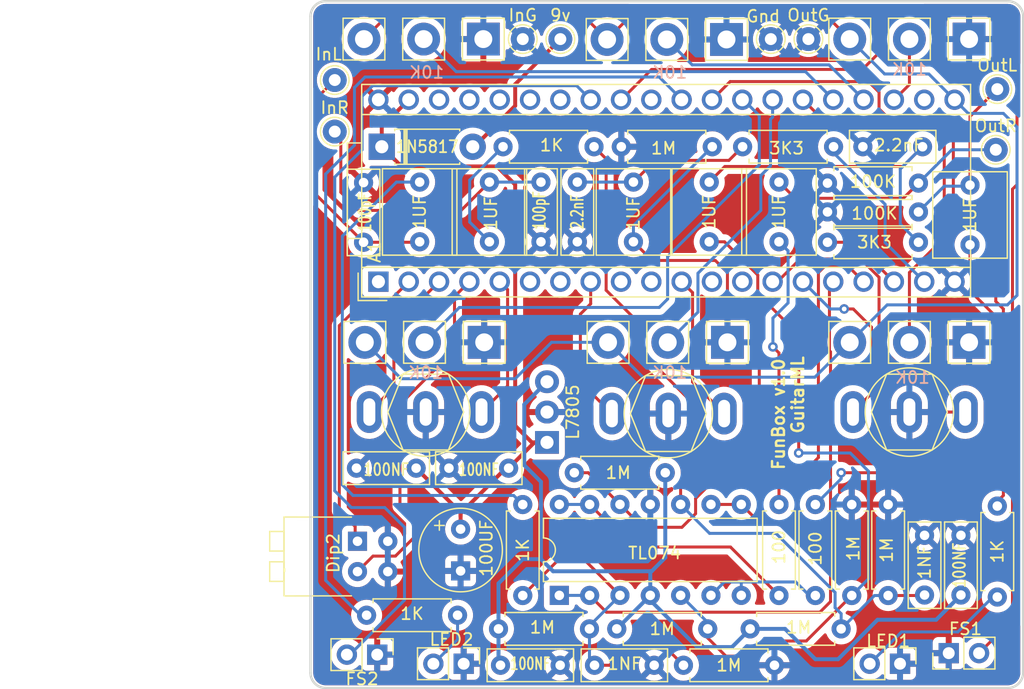
<source format=kicad_pcb>
(kicad_pcb (version 20221018) (generator pcbnew)
  (layers (0 "F.Cu" signal) (31 "B.Cu" signal) (34 "B.Paste" user) (35 "F.Paste" user) (36 "B.SilkS" user "B.Silkscreen") (37 "F.SilkS" user "F.Silkscreen") (38 "B.Mask" user) (39 "F.Mask" user) (44 "Edge.Cuts" user))
  (net 0 "")
  (net 2 "DIP1")
  (net 3 "SW3_LEFT")
  (net 4 "DIP2")
  (net 5 "FOOT_SWITCH_2")
  (net 6 "FOOT_SWITCH_1")
  (net 7 "SW3_RIGHT")
  (net 9 "SW2_LEFT")
  (net 10 "unconnected-(A1-I2C1_SCL-Pad12)")
  (net 14 "AUDIO_IN_BUFFER_LEFT")
  (net 15 "AUDIO_OUT_BUFFER_LEFT")
  (net 16 "GND")
  (net 17 "POT_1")
  (net 18 "POT_2")
  (net 19 "POT_3")
  (net 20 "POT_4")
  (net 21 "AUDIO_IN_BUFFER_RIGHT")
  (net 22 "AUDIO_OUT_BUFFER_RIGHT")
  (net 23 "LED_1")
  (net 24 "LED_2")
  (net 27 "POT_5")
  (net 30 "POT_6")
  (net 33 "Net-(In1-Pin_1)")
  (net 34 "Net-(C1-Pad2)")
  (net 35 "Net-(U1A-+)")
  (net 36 "Net-(U1B-+)")
  (net 37 "Net-(Out1-Pin_1)")
  (net 38 "Net-(U1B--)")
  (net 39 "Net-(9v1-Pin_1)")
  (net 40 "Net-(LED1-A)")
  (net 41 "Net-(LED2-A)")
  (net 42 "Net-(C5-Pad2)")
  (net 43 "SW2_RIGHT")
  (net 44 "3V3_D")
  (net 45 "VCC")
  (net 46 "5V")
  (net 47 "3V3_A")
  (net 48 "SW1_RIGHT")
  (net 49 "Net-(C12-Pad1)")
  (net 51 "SW1_LEFT")
  (net 52 "Net-(In2-Pin_1)")
  (net 53 "Net-(C13-Pad1)")
  (net 54 "Net-(C14-Pad2)")
  (net 55 "Net-(U1D-+)")
  (net 56 "Net-(U1C-+)")
  (net 57 "Net-(Out2-Pin_1)")
  (net 58 "Net-(C17-Pad2)")
  (net 59 "Net-(U1D--)")
  (footprint "Potentiometer_THT:Pot_RightAngle_LongPin_16mm" (layer "F.Cu") (at 168.2788 101.57 180)
    (fp_text reference "POT4" hide)
    (fp_text value "10K")
  )
  (footprint "TestPoint:TestPoint_THTPad_D2.0mm_Drill1.0mm" (layer "F.Cu") (at 175.514 86.741)
    (fp_text reference "OutR")
    (fp_text value "~")
  )
  (footprint "Capacitor_THT:C_Rect_L7.0mm_W6.0mm_P5.00mm" (layer "F.Cu") (at 145.161 89.448 -90)
    (fp_text reference "C15")
    (fp_text value "1UF")
  )
  (footprint "Potentiometer_THT:Pot_RightAngle_LongPin_16mm" (layer "F.Cu") (at 148.035 101.57 180)
    (fp_text reference "POT5")
    (fp_text value "10K")
  )
  (footprint "Capacitor_THT:C_Rect_L7.0mm_W6.0mm_P5.00mm" (layer "F.Cu") (at 151.511 89.448 -90)
    (fp_text reference "C4")
    (fp_text value "1UF")
  )
  (footprint "Capacitor_THT:C_Rect_L7.0mm_W2.5mm_P5.00mm" (layer "F.Cu") (at 140.462 89.448 -90)
    (fp_text reference "C13")
    (fp_text value "2.2nF")
  )
  (footprint "Potentiometer_THT:Pot_RightAngle_LongPin_16mm" (layer "F.Cu") (at 147.955 76.2 180)
    (fp_text reference "POT2")
    (fp_text value "10K")
  )
  (footprint "Potentiometer_THT:Pot_RightAngle_LongPin_16mm" (layer "F.Cu") (at 168.2788 76.17 180)
    (fp_text reference "POT1")
    (fp_text value "10K")
  )
  (footprint "Button_Switch_THT:DS03-254-02BE-dip2" (layer "F.Cu") (at 122.047 119.535)
    (fp_text reference "Dip2")
    (fp_text value "DS03-254-02BE")
  )
  (footprint "Resistor_THT:R_Axial_DIN0207_L6.3mm_D2.5mm_P7.62mm_Horizontal" (layer "F.Cu") (at 134.239 86.487)
    (fp_text reference "R12")
    (fp_text value "1K")
  )
  (footprint "Package_TO_SOT_THT:TO-220-3_Vertical" (layer "F.Cu") (at 137.922 111.252 90)
    (fp_text reference "U2")
    (fp_text value "L7805")
  )
  (footprint "Button_Switch_THT:SW_Toggle_SPDT_lugs" (layer "F.Cu") (at 168.275 108.712 180)
    (fp_text reference "SW1" hide)
    (fp_text value "SW_SPDT" hide)
  )
  (footprint "Capacitor_THT:C_Rect_L7.0mm_W6.0mm_P5.00mm" (layer "F.Cu") (at 173.355 89.702 -90)
    (fp_text reference "C5")
    (fp_text value "1UF")
  )
  (footprint "TestPoint:TestPoint_THTPad_D2.0mm_Drill1.0mm" (layer "F.Cu") (at 135.89 77.47)
    (fp_text reference "InG")
    (fp_text value "~" hide)
  )
  (footprint "Resistor_THT:R_Axial_DIN0207_L6.3mm_D2.5mm_P7.62mm_Horizontal" (layer "F.Cu") (at 163.449 124.079 90)
    (fp_text reference "R6")
    (fp_text value "1M")
  )
  (footprint "Capacitor_THT:C_Rect_L7.0mm_W2.5mm_P5.00mm" (layer "F.Cu") (at 121.96 113.411)
    (fp_text reference "C8")
    (fp_text value "100NF")
  )
  (footprint "Capacitor_THT:C_Rect_L7.0mm_W2.5mm_P5.00mm" (layer "F.Cu") (at 139.025 129.921 180)
    (fp_text reference "C9")
    (fp_text value "100NF")
  )
  (footprint "Capacitor_THT:C_Rect_L7.0mm_W6.0mm_P5.00mm" (layer "F.Cu") (at 133.096 89.448 -90)
    (fp_text reference "C14")
    (fp_text value "1UF")
  )
  (footprint "Capacitor_THT:CP_Radial_D8.0mm_P3.50mm" (layer "F.Cu") (at 130.683 122.019 90)
    (fp_text reference "C6")
    (fp_text value "100UF")
  )
  (footprint "TestPoint:TestPoint_THTPad_D2.0mm_Drill1.0mm" (layer "F.Cu") (at 120.142 80.899)
    (fp_text reference "InL")
    (fp_text value "~" hide)
  )
  (footprint "Resistor_THT:R_Axial_DIN0207_L6.3mm_D2.5mm_P7.62mm_Horizontal" (layer "F.Cu") (at 143.764 126.873)
    (fp_text reference "R5")
    (fp_text value "1M")
  )
  (footprint "Capacitor_THT:C_Rect_L7.0mm_W2.5mm_P5.00mm" (layer "F.Cu") (at 137.414 89.448 -90)
    (fp_text reference "C11")
    (fp_text value "100pF")
  )
  (footprint "TestPoint:TestPoint_THTPad_D2.0mm_Drill1.0mm" (layer "F.Cu") (at 120.142 85.217)
    (fp_text reference "InR")
    (fp_text value "~")
  )
  (footprint "Resistor_THT:R_Axial_DIN0207_L6.3mm_D2.5mm_P7.62mm_Horizontal" (layer "F.Cu") (at 166.497 124.079 90)
    (fp_text reference "R16")
    (fp_text value "1M")
  )
  (footprint "TestPoint:TestPoint_THTPad_D2.0mm_Drill1.0mm" (layer "F.Cu") (at 159.8168 77.47)
    (fp_text reference "OutG")
    (fp_text value "~" hide)
  )
  (footprint "Button_Switch_THT:SW_Toggle_SPDT_lugs" (layer "F.Cu") (at 148.082 108.839 180)
    (fp_text reference "SW2" hide)
    (fp_text value "SW_SPDT" hide)
  )
  (footprint "Connector_PinHeader_2.54mm:PinHeader_1x02_P2.54mm_Vertical" (layer "F.Cu") (at 130.942 129.794 -90)
    (fp_text reference "LED2")
    (fp_text value "LED_2" hide)
  )
  (footprint "Resistor_THT:R_Axial_DIN0207_L6.3mm_D2.5mm_P7.62mm_Horizontal" (layer "F.Cu") (at 149.352 129.921)
    (fp_text reference "R1")
    (fp_text value "1M")
  )
  (footprint "Resistor_THT:R_Axial_DIN0207_L6.3mm_D2.5mm_P7.62mm_Horizontal" (layer "F.Cu") (at 160.401 124.079 90)
    (fp_text reference "R4")
    (fp_text value "100")
  )
  (footprint "Connector_PinHeader_2.54mm:PinHeader_1x02_P2.54mm_Vertical" (layer "F.Cu") (at 167.4926 129.794 -90)
    (fp_text reference "LED1")
    (fp_text value "LED_1" hide)
  )
  (footprint "Capacitor_THT:C_Rect_L7.0mm_W2.5mm_P5.00mm" (layer "F.Cu") (at 169.545 119.039 -90)
    (fp_text reference "C16")
    (fp_text value "1NF")
  )
  (footprint "Resistor_THT:R_Axial_DIN0207_L6.3mm_D2.5mm_P7.62mm_Horizontal" (layer "F.Cu") (at 161.417 94.488)
    (fp_text reference "R11")
    (fp_text value "3K3")
  )
  (footprint "Package_DIP:DIP-14_W7.62mm" (layer "F.Cu") (at 138.953 124.069 90)
    (fp_text reference "U1")
    (fp_text value "TL074")
  )
  (footprint "TestPoint:TestPoint_THTPad_D2.0mm_Drill1.0mm" (layer "F.Cu") (at 175.641 81.661)
    (fp_text reference "OutL")
    (fp_text value "~" hide)
  )
  (footprint "TestPoint:TestPoint_THTPad_D2.0mm_Drill1.0mm" (layer "F.Cu") (at 139.0396 77.47)
    (fp_text reference "9v")
    (fp_text value "~")
  )
  (footprint "Module:Electrosmith_Daisy_Seed" (layer "F.Cu") (at 123.7996 97.79 90)
    (fp_text reference "A1")
    (fp_text value "Electrosmith_Daisy_Seed_Rev4" hide)
  )
  (footprint "Resistor_THT:R_Axial_DIN0207_L6.3mm_D2.5mm_P7.62mm_Horizontal" (layer "F.Cu") (at 154.94 126.873)
    (fp_text reference "R15")
    (fp_text value "1M")
  )
  (footprint "Capacitor_THT:C_Rect_L7.0mm_W6.0mm_P5.00mm" (layer "F.Cu") (at 157.353 89.448 -90)
    (fp_text reference "C17")
    (fp_text value "1UF")
  )
  (footprint "Diode_THT:D_DO-41_SOD81_P7.62mm_Horizontal" (layer "F.Cu") (at 124.079 86.487)
    (fp_text reference "D1")
    (fp_text value "1N5817")
  )
  (footprint "Potentiometer_THT:Pot_RightAngle_LongPin_16mm" (layer "F.Cu") (at 127.588 76.17 180)
    (fp_text reference "POT3")
    (fp_text value "10K")
  )
  (footprint "Resistor_THT:R_Axial_DIN0207_L6.3mm_D2.5mm_P7.62mm_Horizontal" (layer "F.Cu") (at 175.641 124.206 90)
    (fp_text reference "R8")
    (fp_text value "1K")
  )
  (footprint "Capacitor_THT:C_Rect_L7.0mm_W2.5mm_P5.00mm" (layer "F.Cu") (at 169.378 86.487 180)
    (fp_text reference "C12")
    (fp_text value "2.2nF")
  )
  (footprint "Capacitor_THT:C_Rect_L7.0mm_W2.5mm_P5.00mm" (layer "F.Cu") (at 129.707 113.411)
    (fp_text reference "C7")
    (fp_text value "100NF")
  )
  (footprint "Resistor_THT:R_Axial_DIN0207_L6.3mm_D2.5mm_P7.62mm_Horizontal" (layer "F.Cu") (at 147.828 113.792 180)
    (fp_text reference "R13")
    (fp_text value "1M")
  )
  (footprint "Potentiometer_THT:Pot_RightAngle_LongPin_16mm" (layer "F.Cu") (at 127.6604 101.57 180)
    (fp_text reference "POT6")
    (fp_text value "10K")
  )
  (footprint "Resistor_THT:R_Axial_DIN0207_L6.3mm_D2.5mm_P7.62mm_Horizontal" (layer "F.Cu") (at 161.417 89.535)
    (fp_text reference "R18")
    (fp_text value "100K")
  )
  (footprint "Connector_PinHeader_2.54mm:PinHeader_1x02_P2.54mm_Vertical" (layer "F.Cu") (at 171.572 128.905 90)
    (fp_text reference "FS1")
    (fp_text value "Foot_Switch_1" hide)
  )
  (footprint "Resistor_THT:R_Axial_DIN0207_L6.3mm_D2.5mm_P7.62mm_Horizontal" (layer "F.Cu") (at 151.765 86.487 180)
    (fp_text reference "R14")
    (fp_text value "1M")
  )
  (footprint "Capacitor_THT:C_Rect_L7.0mm_W6.0mm_P5.00mm" (layer "F.Cu") (at 127.254 94.448 90)
    (fp_text reference "C1")
    (fp_text value "1UF")
  )
  (footprint "Capacitor_THT:C_Rect_L7.0mm_W2.5mm_P5.00mm" (layer "F.Cu") (at 146.899 129.921 180)
    (fp_text reference "C3")
    (fp_text value "1NF")
  )
  (footprint "Resistor_THT:R_Axial_DIN0207_L6.3mm_D2.5mm_P7.62mm_Horizontal" (layer "F.Cu") (at 135.89 116.459 -90)
    (fp_text reference "R3")
    (fp_text value "1K")
  )
  (footprint "Connector_PinHeader_2.54mm:PinHeader_1x02_P2.54mm_Vertical" (layer "F.Cu") (at 123.698 129.032 -90)
    (fp_text reference "FS2")
    (fp_text value "Foot_Switch_2" hide)
  )
  (footprint "Button_Switch_THT:SW_Toggle_SPDT_lugs" (layer "F.Cu") (at 127.762 108.712 180)
    (fp_text reference "SW3" hide)
    (fp_text value "SW_SPDT" hide)
  )
  (footprint "Resistor_THT:R_Axial_DIN0207_L6.3mm_D2.5mm_P7.62mm_Horizontal" (layer "F.Cu") (at 130.429 125.73 180)
    (fp_text reference "R9")
    (fp_text value "1K")
  )
  (footprint "Resistor_THT:R_Axial_DIN0207_L6.3mm_D2.5mm_P7.62mm_Horizontal" (layer "F.Cu") (at 133.858 126.873)
    (fp_text reference "R2")
    (fp_text value "1M")
  )
  (footprint "Resistor_THT:R_Axial_DIN0207_L6.3mm_D2.5mm_P7.62mm_Horizontal" (layer "F.Cu") (at 161.417 91.948)
    (fp_text reference "R7")
    (fp_text value "100K")
  )
  (footprint "Capacitor_THT:C_Rect_L7.0mm_W2.5mm_P5.00mm" (layer "F.Cu") (at 172.593 119.039 -90)
    (fp_text reference "C10")
    (fp_text value "100NF")
  )
  (footprint "Resistor_THT:R_Axial_DIN0207_L6.3mm_D2.5mm_P7.62mm_Horizontal" (layer "F.Cu") (at 161.925 86.487 180)
    (fp_text reference "R10")
    (fp_text value "3K3")
  )
  (footprint "Resistor_THT:R_Axial_DIN0207_L6.3mm_D2.5mm_P7.62mm_Horizontal" (layer "F.Cu") (at 157.353 124.079 90)
    (fp_text reference "R17")
    (fp_text value "100")
  )
  (footprint "TestPoint:TestPoint_THTPad_D2.0mm_Drill1.0mm" (layer "F.Cu") (at 156.6672 77.47)
    (fp_text reference "Gnd")
    (fp_text value "~" hide)
  )
  (footprint "Capacitor_THT:C_Rect_L7.0mm_W2.5mm_P5.00mm" (layer "F.Cu") (at 122.555 94.488 90)
    (fp_text reference "C2")
    (fp_text value "100pF")
  )
  (gr_arc (start 177.800031 130.546974) (mid 177.428589 131.448207) (end 176.53 131.825999) (stroke (width 0.2)) (layer "Edge.Cuts"))
  (gr_arc (start 176.53 74.295) (mid 177.428026 74.666974) (end 177.8 75.565) (stroke (width 0.2)) (layer "Edge.Cuts"))
  (gr_line (start 176.53 131.825999) (end 119.38 131.826) (stroke (width 0.2)) (layer "Edge.Cuts"))
  (gr_line (start 119.38 74.295) (end 176.53 74.295) (stroke (width 0.2)) (layer "Edge.Cuts"))
  (gr_line (start 177.8 75.565) (end 177.790974 130.546974) (stroke (width 0.2)) (layer "Edge.Cuts"))
  (gr_arc (start 119.38 131.826) (mid 118.481974 131.454026) (end 118.11 130.556) (stroke (width 0.2)) (layer "Edge.Cuts"))
  (gr_arc (start 118.11 75.565) (mid 118.481974 74.666974) (end 119.38 74.295) (stroke (width 0.2)) (layer "Edge.Cuts"))
  (gr_line (start 118.11 130.556) (end 118.11 75.565) (stroke (width 0.2)) (layer "Edge.Cuts"))
  (gr_text "FunBox v1.0\n    GuitarML" (at 159.512 113.665 90) (layer "F.SilkS") (effects (font (size 1 1) (thickness 0.2) bold) (justify left bottom)))
  (segment (start 120.523 116.967) (end 121.851 118.295) (width 0.25) (layer "F.Cu") (net 2))
  (segment (start 124.0536 100.076) (end 121.92 100.076) (width 0.25) (layer "F.Cu") (net 2))
  (segment (start 120.523 101.473) (end 120.523 116.967) (width 0.25) (layer "F.Cu") (net 2))
  (segment (start 121.92 100.076) (end 120.523 101.473) (width 0.25) (layer "F.Cu") (net 2))
  (segment (start 126.3396 97.79) (end 124.0536 100.076) (width 0.25) (layer "F.Cu") (net 2))
  (segment (start 121.851 118.295) (end 121.851 119.535) (width 0.25) (layer "F.Cu") (net 2))
  (segment (start 125.095 106.6546) (end 123.0376 108.712) (width 0.25) (layer "F.Cu") (net 3))
  (segment (start 125.095 101.5746) (end 125.095 106.6546) (width 0.25) (layer "F.Cu") (net 3))
  (segment (start 128.8796 97.79) (end 125.095 101.5746) (width 0.25) (layer "F.Cu") (net 3))
  (segment (start 130.175 99.0346) (end 131.4196 97.79) (width 0.25) (layer "F.Cu") (net 4))
  (segment (start 122.047 122.075) (end 123.345 120.777) (width 0.25) (layer "F.Cu") (net 4))
  (segment (start 125.222 120.777) (end 126.746 119.253) (width 0.25) (layer "F.Cu") (net 4))
  (segment (start 130.175 103.505) (end 130.175 99.0346) (width 0.25) (layer "F.Cu") (net 4))
  (segment (start 125.603 108.077) (end 130.175 103.505) (width 0.25) (layer "F.Cu") (net 4))
  (segment (start 126.746 117.729) (end 125.603 116.586) (width 0.25) (layer "F.Cu") (net 4))
  (segment (start 123.345 120.777) (end 125.222 120.777) (width 0.25) (layer "F.Cu") (net 4))
  (segment (start 126.746 119.253) (end 126.746 117.729) (width 0.25) (layer "F.Cu") (net 4))
  (segment (start 125.603 116.586) (end 125.603 108.077) (width 0.25) (layer "F.Cu") (net 4))
  (segment (start 122.428 82.259899) (end 122.428 86.741) (width 0.25) (layer "B.Cu") (net 5))
  (segment (start 141.5796 82.55) (end 140.4046 81.375) (width 0.25) (layer "B.Cu") (net 5))
  (segment (start 125.984 118.364) (end 125.984 124.46) (width 0.25) (layer "B.Cu") (net 5))
  (segment (start 120.142 89.027) (end 120.142 115.316) (width 0.25) (layer "B.Cu") (net 5))
  (segment (start 120.142 115.316) (end 121.539 116.713) (width 0.25) (layer "B.Cu") (net 5))
  (segment (start 121.412 129.032) (end 121.158 129.032) (width 0.25) (layer "B.Cu") (net 5))
  (segment (start 140.4046 81.375) (end 123.312899 81.375) (width 0.25) (layer "B.Cu") (net 5))
  (segment (start 121.539 116.713) (end 124.333 116.713) (width 0.25) (layer "B.Cu") (net 5))
  (segment (start 123.312899 81.375) (end 122.428 82.259899) (width 0.25) (layer "B.Cu") (net 5))
  (segment (start 124.333 116.713) (end 125.984 118.364) (width 0.25) (layer "B.Cu") (net 5))
  (segment (start 122.428 86.741) (end 120.142 89.027) (width 0.25) (layer "B.Cu") (net 5))
  (segment (start 125.984 124.46) (end 121.412 129.032) (width 0.25) (layer "B.Cu") (net 5))
  (segment (start 146.685 80.01) (end 144.145 82.55) (width 0.25) (layer "F.Cu") (net 6))
  (segment (start 171.323 79.883) (end 170.815 79.375) (width 0.25) (layer "F.Cu") (net 6))
  (segment (start 176.784 79.883) (end 171.323 79.883) (width 0.25) (layer "F.Cu") (net 6))
  (segment (start 176.911 126.106) (end 176.911 90.043) (width 0.25) (layer "F.Cu") (net 6))
  (segment (start 164.338 80.01) (end 146.685 80.01) (width 0.25) (layer "F.Cu") (net 6))
  (segment (start 176.911 90.043) (end 177.292 89.662) (width 0.25) (layer "F.Cu") (net 6))
  (segment (start 170.815 79.375) (end 170.815 76.962) (width 0.25) (layer "F.Cu") (net 6))
  (segment (start 170.815 76.962) (end 169.164 75.311) (width 0.25) (layer "F.Cu") (net 6))
  (segment (start 165.862 76.835) (end 165.862 78.486) (width 0.25) (layer "F.Cu") (net 6))
  (segment (start 174.112 128.905) (end 176.911 126.106) (width 0.25) (layer "F.Cu") (net 6))
  (segment (start 169.164 75.311) (end 167.386 75.311) (width 0.25) (layer "F.Cu") (net 6))
  (segment (start 177.292 80.391) (end 176.784 79.883) (width 0.25) (layer "F.Cu") (net 6))
  (segment (start 165.862 78.486) (end 164.338 80.01) (width 0.25) (layer "F.Cu") (net 6))
  (segment (start 167.386 75.311) (end 165.862 76.835) (width 0.25) (layer "F.Cu") (net 6))
  (segment (start 177.292 89.662) (end 177.292 80.391) (width 0.25) (layer "F.Cu") (net 6))
  (segment (start 132.4356 108.712) (end 134.62 106.5276) (width 0.25) (layer "F.Cu") (net 7))
  (segment (start 134.62 106.5276) (end 134.62 98.4504) (width 0.25) (layer "F.Cu") (net 7))
  (segment (start 133.704004 97.79) (end 133.9596 97.79) (width 0.25) (layer "F.Cu") (net 7))
  (segment (start 134.62 98.4504) (end 133.9596 97.79) (width 0.25) (layer "F.Cu") (net 7))
  (segment (start 140.716 100.505301) (end 141.5796 99.641701) (width 0.25) (layer "F.Cu") (net 9))
  (segment (start 143.3576 108.839) (end 140.716 106.1974) (width 0.25) (layer "F.Cu") (net 9))
  (segment (start 141.5796 99.641701) (end 141.5796 97.79) (width 0.25) (layer "F.Cu") (net 9))
  (segment (start 140.716 106.1974) (end 140.716 100.505301) (width 0.25) (layer "F.Cu") (net 9))
  (segment (start 152.2476 97.79) (end 151.7396 97.79) (width 0.25) (layer "F.Cu") (net 10))
  (segment (start 161.671 103.666364) (end 161.671 124.587) (width 0.25) (layer "F.Cu") (net 14))
  (segment (start 161.5788 98.1108) (end 161.5788 103.574164) (width 0.25) (layer "F.Cu") (net 14))
  (segment (start 161.671 124.587) (end 160.782 125.476) (width 0.25) (layer "F.Cu") (net 14))
  (segment (start 161.8996 97.79) (end 161.5788 98.1108) (width 0.25) (layer "F.Cu") (net 14))
  (segment (start 161.5788 103.574164) (end 161.671 103.666364) (width 0.25) (layer "F.Cu") (net 14))
  (segment (start 142.9 125.476) (end 141.493 124.069) (width 0.25) (layer "F.Cu") (net 14))
  (segment (start 160.782 125.476) (end 142.9 125.476) (width 0.25) (layer "F.Cu") (net 14))
  (segment (start 138.953 124.069) (end 141.493 124.069) (width 0.25) (layer "B.Cu") (net 14))
  (segment (start 163.6776 94.488) (end 166.9796 97.79) (width 0.25) (layer "F.Cu") (net 15))
  (segment (start 161.417 94.488) (end 163.6776 94.488) (width 0.25) (layer "F.Cu") (net 15))
  (segment (start 167.259 97.5106) (end 166.9796 97.79) (width 0.25) (layer "B.Cu") (net 15))
  (segment (start 127.635 108.1786) (end 127.635 108.9152) (width 0.25) (layer "F.Cu") (net 16))
  (segment (start 146.685 116.337) (end 146.573 116.449) (width 0.25) (layer "F.Cu") (net 16))
  (segment (start 173.860999 102.287801) (end 173.2788 102.87) (width 0.25) (layer "F.Cu") (net 16))
  (segment (start 168.2788 77.47) (end 168.2788 81.2762) (width 0.25) (layer "F.Cu") (net 17))
  (segment (start 168.2788 81.2762) (end 167.005 82.55) (width 0.25) (layer "F.Cu") (net 17))
  (segment (start 150.084 79.629) (end 161.544 79.629) (width 0.25) (layer "B.Cu") (net 18))
  (segment (start 147.955 77.5) (end 150.084 79.629) (width 0.25) (layer "B.Cu") (net 18))
  (segment (start 161.544 79.629) (end 164.465 82.55) (width 0.25) (layer "B.Cu") (net 18))
  (segment (start 127.588 77.47) (end 130.313 80.195) (width 0.25) (layer "B.Cu") (net 19))
  (segment (start 159.57 80.195) (end 161.925 82.55) (width 0.25) (layer "B.Cu") (net 19))
  (segment (start 130.313 80.195) (end 159.57 80.195) (width 0.25) (layer "B.Cu") (net 19))
  (segment (start 168.2788 97.0242) (end 168.2788 102.87) (width 0.25) (layer "F.Cu") (net 20))
  (segment (start 171.196 94.107) (end 168.2788 97.0242) (width 0.25) (layer "F.Cu") (net 20))
  (segment (start 161.6456 84.836) (end 170.434 84.836) (width 0.25) (layer "F.Cu") (net 20))
  (segment (start 171.196 85.598) (end 171.196 94.107) (width 0.25) (layer "F.Cu") (net 20))
  (segment (start 159.3596 82.55) (end 161.6456 84.836) (width 0.25) (layer "F.Cu") (net 20))
  (segment (start 170.434 84.836) (end 171.196 85.598) (width 0.25) (layer "F.Cu") (net 20))
  (segment (start 159.385 82.55) (end 159.705991 82.55) (width 0.25) (layer "B.Cu") (net 20))
  (segment (start 160.655 97.028) (end 161.163 96.52) (width 0.25) (layer "F.Cu") (net 21))
  (segment (start 160.655 112.522) (end 160.655 97.028) (width 0.25) (layer "F.Cu") (net 21))
  (segment (start 158.877 114.3) (end 160.655 112.522) (width 0.25) (layer "F.Cu") (net 21))
  (segment (start 154.193 116.449) (end 151.653 116.449) (width 0.25) (layer "F.Cu") (net 21))
  (segment (start 163.1696 96.52) (end 164.4396 97.79) (width 0.25) (layer "F.Cu") (net 21))
  (segment (start 158.877 117.094) (end 158.877 114.3) (width 0.25) (layer "F.Cu") (net 21))
  (segment (start 161.163 96.52) (end 163.1696 96.52) (width 0.25) (layer "F.Cu") (net 21))
  (segment (start 157.988 117.983) (end 158.877 117.094) (width 0.25) (layer "F.Cu") (net 21))
  (segment (start 155.727 117.983) (end 157.988 117.983) (width 0.25) (layer "F.Cu") (net 21))
  (segment (start 154.193 116.449) (end 155.727 117.983) (width 0.25) (layer "F.Cu") (net 21))
  (segment (start 166.243 91.313) (end 161.925 86.995) (width 0.25) (layer "B.Cu") (net 22))
  (segment (start 169.5196 97.79) (end 166.243 94.5134) (width 0.25) (layer "B.Cu") (net 22))
  (segment (start 166.243 94.5134) (end 166.243 91.313) (width 0.25) (layer "B.Cu") (net 22))
  (segment (start 161.925 86.995) (end 161.925 86.487) (width 0.25) (layer "B.Cu") (net 22))
  (segment (start 175.514 94.615) (end 171.958 91.059) (width 0.25) (layer "F.Cu") (net 23))
  (segment (start 171.958 91.059) (end 171.958 84.963) (width 0.25) (layer "F.Cu") (net 23))
  (segment (start 165.735 83.312) (end 165.735 81.915) (width 0.25) (layer "F.Cu") (net 23))
  (segment (start 171.069 84.074) (end 166.497 84.074) (width 0.25) (layer "F.Cu") (net 23))
  (segment (start 176.149 100.076) (end 175.514 99.441) (width 0.25) (layer "F.Cu") (net 23))
  (segment (start 153.2636 81.026) (end 151.7396 82.55) (width 0.25) (layer "F.Cu") (net 23))
  (segment (start 171.958 84.963) (end 171.069 84.074) (width 0.25) (layer "F.Cu") (net 23))
  (segment (start 176.149 115.697) (end 176.149 100.076) (width 0.25) (layer "F.Cu") (net 23))
  (segment (start 175.514 99.441) (end 175.514 94.615) (width 0.25) (layer "F.Cu") (net 23))
  (segment (start 166.497 84.074) (end 165.735 83.312) (width 0.25) (layer "F.Cu") (net 23))
  (segment (start 165.735 81.915) (end 164.846 81.026) (width 0.25) (layer "F.Cu") (net 23))
  (segment (start 164.846 81.026) (end 153.2636 81.026) (width 0.25) (layer "F.Cu") (net 23))
  (segment (start 175.26 116.586) (end 176.149 115.697) (width 0.25) (layer "F.Cu") (net 23))
  (segment (start 152.4 82.55) (end 151.765 82.55) (width 0.25) (layer "B.Cu") (net 23))
  (segment (start 119.38 88.773) (end 119.38 122.809) (width 0.25) (layer "B.Cu") (net 24))
  (segment (start 147.32 80.645) (end 122.682 80.645) (width 0.25) (layer "B.Cu") (net 24))
  (segment (start 121.793 86.36) (end 119.38 88.773) (width 0.25) (layer "B.Cu") (net 24))
  (segment (start 119.38 122.809) (end 122.301 125.73) (width 0.25) (layer "B.Cu") (net 24))
  (segment (start 122.682 80.645) (end 121.793 81.534) (width 0.25) (layer "B.Cu") (net 24))
  (segment (start 149.225 82.55) (end 147.32 80.645) (width 0.25) (layer "B.Cu") (net 24))
  (segment (start 121.793 81.534) (end 121.793 86.36) (width 0.25) (layer "B.Cu") (net 24))
  (segment (start 122.301 125.73) (end 122.809 125.73) (width 0.25) (layer "B.Cu") (net 24))
  (segment (start 155.829 91.821) (end 155.829 88.9) (width 0.25) (layer "B.Cu") (net 27))
  (segment (start 156.8196 82.55) (end 156.8196 84.006013) (width 0.25) (layer "B.Cu") (net 27))
  (segment (start 148.035 102.87) (end 150.5646 100.3404) (width 0.25) (layer "B.Cu") (net 27))
  (segment (start 155.829 88.9) (end 156.642 88.087) (width 0.25) (layer "B.Cu") (net 27))
  (segment (start 150.5646 97.0854) (end 155.829 91.821) (width 0.25) (layer "B.Cu") (net 27))
  (segment (start 156.642 88.087) (end 156.642 84.183613) (width 0.25) (layer "B.Cu") (net 27))
  (segment (start 150.5646 100.3404) (end 150.5646 97.0854) (width 0.25) (layer "B.Cu") (net 27))
  (segment (start 156.8196 84.006013) (end 156.642 84.183613) (width 0.25) (layer "B.Cu") (net 27))
  (segment (start 155.702 88.011) (end 155.702 83.880009) (width 0.25) (layer "B.Cu") (net 30))
  (segment (start 147.32 99.949) (end 148.0246 99.2444) (width 0.25) (layer "B.Cu") (net 30))
  (segment (start 130.5814 99.949) (end 147.32 99.949) (width 0.25) (layer "B.Cu") (net 30))
  (segment (start 148.0246 95.6884) (end 155.702 88.011) (width 0.25) (layer "B.Cu") (net 30))
  (segment (start 127.6604 102.87) (end 130.5814 99.949) (width 0.25) (layer "B.Cu") (net 30))
  (segment (start 154.371991 82.55) (end 154.2796 82.55) (width 0.25) (layer "B.Cu") (net 30))
  (segment (start 155.702 83.880009) (end 154.371991 82.55) (width 0.25) (layer "B.Cu") (net 30))
  (segment (start 148.0246 99.2444) (end 148.0246 95.6884) (width 0.25) (layer "B.Cu") (net 30))
  (segment (start 120.142 80.899) (end 118.491 82.55) (width 0.25) (layer "F.Cu") (net 33))
  (segment (start 122.555 94.488) (end 127.214 94.488) (width 0.25) (layer "F.Cu") (net 33))
  (segment (start 127.214 94.488) (end 127.254 94.448) (width 0.25) (layer "F.Cu") (net 33))
  (segment (start 118.491 82.55) (end 118.491 90.424) (width 0.25) (layer "F.Cu") (net 33))
  (segment (start 118.491 90.424) (end 122.555 94.488) (width 0.25) (layer "F.Cu") (net 33))
  (segment (start 123.19 94.361) (end 123.19 94.448) (width 0.25) (layer "F.Cu") (net 33))
  (segment (start 135.89 116.586) (end 135.89 116.332) (width 0.25) (layer "F.Cu") (net 34))
  (segment (start 120.777 114.808) (end 121.666 115.697) (width 0.25) (layer "B.Cu") (net 34))
  (segment (start 125.309 89.448) (end 120.777 93.98) (width 0.25) (layer "B.Cu") (net 34))
  (segment (start 121.666 115.697) (end 135.128 115.697) (width 0.25) (layer "B.Cu") (net 34))
  (segment (start 120.777 93.98) (end 120.777 114.808) (width 0.25) (layer "B.Cu") (net 34))
  (segment (start 127.254 89.448) (end 125.309 89.448) (width 0.25) (layer "B.Cu") (net 34))
  (segment (start 135.128 115.697) (end 135.89 116.459) (width 0.25) (layer "B.Cu") (net 34))
  (segment (start 143.15737 129.921) (end 141.899 129.921) (width 0.25) (layer "F.Cu") (net 35))
  (segment (start 144.93537 128.143) (end 147.574 128.143) (width 0.25) (layer "F.Cu") (net 35))
  (segment (start 141.122 121.158) (end 138.811 121.158) (width 0.25) (layer "F.Cu") (net 35))
  (segment (start 138.811 121.158) (end 135.89 124.079) (width 0.25) (layer "F.Cu") (net 35))
  (segment (start 144.93537 128.143) (end 143.15737 129.921) (width 0.25) (layer "F.Cu") (net 35))
  (segment (start 141.122 121.158) (end 144.033 124.069) (width 0.25) (layer "F.Cu") (net 35))
  (segment (start 147.574 128.143) (end 149.352 129.921) (width 0.25) (layer "F.Cu") (net 35))
  (segment (start 141.478 126.624) (end 141.478 126.873) (width 0.25) (layer "B.Cu") (net 35))
  (segment (start 141.478 129.5) (end 141.899 129.921) (width 0.25) (layer "B.Cu") (net 35))
  (segment (start 141.478 126.873) (end 141.478 129.5) (width 0.25) (layer "B.Cu") (net 35))
  (segment (start 144.033 124.069) (end 141.478 126.624) (width 0.25) (layer "B.Cu") (net 35))
  (segment (start 141.478 129.373) (end 141.899 129.794) (width 0.25) (layer "B.Cu") (net 35))
  (segment (start 155.575 97.233699) (end 152.789301 94.448) (width 0.25) (layer "F.Cu") (net 36))
  (segment (start 151.384 127.635) (end 152.908 129.159) (width 0.25) (layer "F.Cu") (net 36))
  (segment (start 155.575 98.806) (end 155.575 97.233699) (width 0.25) (layer "F.Cu") (net 36))
  (segment (start 159.004 102.235) (end 155.575 98.806) (width 0.25) (layer "F.Cu") (net 36))
  (segment (start 152.908 129.159) (end 155.067 129.159) (width 0.25) (layer "F.Cu") (net 36))
  (segment (start 155.067 129.159) (end 156.337 127.889) (width 0.25) (layer "F.Cu") (net 36))
  (segment (start 159.639 127.889) (end 163.449 124.079) (width 0.25) (layer "F.Cu") (net 36))
  (segment (start 151.384 126.746) (end 151.384 127.635) (width 0.25) (layer "F.Cu") (net 36))
  (segment (start 159.004 112.141) (end 159.004 102.235) (width 0.25) (layer "F.Cu") (net 36))
  (segment (start 156.337 127.889) (end 159.639 127.889) (width 0.25) (layer "F.Cu") (net 36))
  (segment (start 152.789301 94.448) (end 151.511 94.448) (width 0.25) (layer "F.Cu") (net 36))
  (via (at 159.004 112.141) (size 0.8) (drill 0.4) (layers "F.Cu" "B.Cu") (net 36))
  (segment (start 151.384 126.34) (end 151.384 126.746) (width 0.25) (layer "B.Cu") (net 36))
  (segment (start 151.384 126.34) (end 151.384 127.254) (width 0.25) (layer "B.Cu") (net 36))
  (segment (start 163.322 112.141) (end 164.846 113.665) (width 0.25) (layer "B.Cu") (net 36))
  (segment (start 159.004 112.141) (end 163.322 112.141) (width 0.25) (layer "B.Cu") (net 36))
  (segment (start 149.113 124.069) (end 151.384 126.34) (width 0.25) (layer "B.Cu") (net 36))
  (segment (start 164.846 122.682) (end 163.449 124.079) (width 0.25) (layer "B.Cu") (net 36))
  (segment (start 164.846 113.665) (end 164.846 122.682) (width 0.25) (layer "B.Cu") (net 36))
  (segment (start 173.355 83.947) (end 173.355 89.702) (width 0.25) (layer "F.Cu") (net 37))
  (segment (start 175.641 81.661) (end 173.355 83.947) (width 0.25) (layer "F.Cu") (net 37))
  (segment (start 169.037 91.948) (end 171.196 89.789) (width 0.25) (layer "B.Cu") (net 37))
  (segment (start 171.196 89.789) (end 173.268 89.789) (width 0.25) (layer "B.Cu") (net 37))
  (segment (start 173.268 89.789) (end 173.355 89.702) (width 0.25) (layer "B.Cu") (net 37))
  (segment (start 152.778 122.944) (end 151.653 124.069) (width 0.25) (layer "B.Cu") (net 38))
  (segment (start 158.758 122.944) (end 154.178 122.944) (width 0.25) (layer "B.Cu") (net 38))
  (segment (start 159.893 124.079) (end 158.758 122.944) (width 0.25) (layer "B.Cu") (net 38))
  (segment (start 154.193 122.959) (end 154.178 122.944) (width 0.25) (layer "B.Cu") (net 38))
  (segment (start 154.193 124.069) (end 154.193 122.959) (width 0.25) (layer "B.Cu") (net 38))
  (segment (start 154.178 122.944) (end 152.778 122.944) (width 0.25) (layer "B.Cu") (net 38))
  (segment (start 139.0396 77.47) (end 135.255 81.2546) (width 0.3302) (layer "F.Cu") (net 39))
  (segment (start 135.255 81.2546) (end 135.255 83.058) (width 0.3302) (layer "F.Cu") (net 39))
  (segment (start 131.826 86.487) (end 131.699 86.487) (width 0.3302) (layer "F.Cu") (net 39))
  (segment (start 135.255 83.058) (end 131.826 86.487) (width 0.3302) (layer "F.Cu") (net 39))
  (segment (start 164.9526 129.794) (end 167.6196 127.127) (width 0.25) (layer "B.Cu") (net 40))
  (segment (start 167.6196 127.127) (end 172.339 127.127) (width 0.25) (layer "B.Cu") (net 40))
  (segment (start 172.339 127.127) (end 175.26 124.206) (width 0.25) (layer "B.Cu") (net 40))
  (segment (start 130.429 127.767) (end 128.402 129.794) (width 0.25) (layer "B.Cu") (net 41))
  (segment (start 130.429 125.73) (end 130.429 127.767) (width 0.25) (layer "B.Cu") (net 41))
  (segment (start 173.355 96.393) (end 173.355 94.702) (width 0.25) (layer "F.Cu") (net 42))
  (segment (start 175.387 100.584) (end 175.387 110.363) (width 0.25) (layer "F.Cu") (net 42))
  (segment (start 173.863 96.901) (end 173.863 99.06) (width 0.25) (layer "F.Cu") (net 42))
  (segment (start 173.863 99.06) (end 175.387 100.584) (width 0.25) (layer "F.Cu") (net 42))
  (segment (start 171.958 113.792) (end 162.56 113.792) (width 0.25) (layer "F.Cu") (net 42))
  (segment (start 173.863 96.901) (end 173.355 96.393) (width 0.25) (layer "F.Cu") (net 42))
  (segment (start 175.387 110.363) (end 171.958 113.792) (width 0.25) (layer "F.Cu") (net 42))
  (via (at 162.56 113.792) (size 0.8) (drill 0.4) (layers "F.Cu" "B.Cu") (net 42))
  (segment (start 162.56 113.792) (end 162.56 114.3) (width 0.25) (layer "B.Cu") (net 42))
  (segment (start 162.56 114.3) (end 160.401 116.459) (width 0.25) (layer "B.Cu") (net 42))
  (segment (start 150.114 98.7044) (end 149.1996 97.79) (width 0.25) (layer "F.Cu") (net 43))
  (segment (start 152.7556 108.839) (end 150.114 106.1974) (width 0.25) (layer "F.Cu") (net 43))
  (segment (start 150.114 106.1974) (end 150.114 98.7044) (width 0.25) (layer "F.Cu") (net 43))
  (segment (start 134.707 113.411) (end 134.473 113.411) (width 0.3302) (layer "F.Cu") (net 45))
  (segment (start 126.3396 82.55) (end 126.3396 82.7786) (width 0.25) (layer "F.Cu") (net 45))
  (segment (start 136.866 111.252) (end 137.922 111.252) (width 0.3302) (layer "F.Cu") (net 45))
  (segment (start 130.683 117.134) (end 126.96 113.411) (width 0.3302) (layer "F.Cu") (net 45))
  (segment (start 124.079 86.487) (end 125.73 88.138) (width 0.3302) (layer "F.Cu") (net 45))
  (segment (start 133.731 88.138) (end 135.255 89.662) (width 0.3302) (layer "F.Cu") (net 45))
  (segment (start 135.255 89.662) (end 135.255 109.855) (width 0.3302) (layer "F.Cu") (net 45))
  (segment (start 130.683 117.435) (end 130.683 118.519) (width 0.3302) (layer "F.Cu") (net 45))
  (segment (start 134.473 113.411) (end 130.683 117.201) (width 0.3302) (layer "F.Cu") (net 45))
  (segment (start 134.707 113.411) (end 136.866 111.252) (width 0.3302) (layer "F.Cu") (net 45))
  (segment (start 136.652 111.252) (end 137.922 111.252) (width 0.3302) (layer "F.Cu") (net 45))
  (segment (start 125.73 88.138) (end 133.731 88.138) (width 0.3302) (layer "F.Cu") (net 45))
  (segment (start 135.255 109.855) (end 136.652 111.252) (width 0.3302) (layer "F.Cu") (net 45))
  (segment (start 130.683 117.435) (end 130.683 117.134) (width 0.3302) (layer "F.Cu") (net 45))
  (segment (start 126.3396 82.55) (end 124.079 84.8106) (width 0.3302) (layer "F.Cu") (net 45))
  (segment (start 130.683 117.201) (end 130.683 117.435) (width 0.3302) (layer "F.Cu") (net 45))
  (segment (start 124.079 84.8106) (end 124.079 86.487) (width 0.3302) (layer "F.Cu") (net 45))
  (segment (start 138.049 106.553) (end 137.8646 106.3686) (width 0.25) (layer "F.Cu") (net 46))
  (segment (start 150.495 128.397) (end 153.416 128.397) (width 0.3302) (layer "B.Cu") (net 46))
  (segment (start 146.685 122.047) (end 147.828 120.904) (width 0.3302) (layer "B.Cu") (net 46))
  (segment (start 137.414 121.031) (end 137.414 114.554) (width 0.3302) (layer "B.Cu") (net 46))
  (segment (start 146.573 122.047) (end 146.573 124.069) (width 0.3302) (layer "B.Cu") (net 46))
  (segment (start 137.414 114.554) (end 136.017 113.157) (width 0.3302) (layer "B.Cu") (net 46))
  (segment (start 157.861 126.873) (end 154.94 126.873) (width 0.3302) (layer "B.Cu") (net 46))
  (segment (start 146.573 122.047) (end 146.685 122.047) (width 0.3302) (layer "B.Cu") (net 46))
  (segment (start 165.608 126.111) (end 162.306 129.413) (width 0.3302) (layer "B.Cu") (net 46))
  (segment (start 133.858 123.063) (end 135.89 121.031) (width 0.3302) (layer "B.Cu") (net 46))
  (segment (start 160.401 129.413) (end 157.861 126.873) (width 0.3302) (layer "B.Cu") (net 46))
  (segment (start 162.306 129.413) (end 160.401 129.413) (width 0.3302) (layer "B.Cu") (net 46))
  (segment (start 138.43 122.047) (end 137.414 121.031) (width 0.3302) (layer "B.Cu") (net 46))
  (segment (start 133.858 126.873) (end 133.858 123.063) (width 0.3302) (layer "B.Cu") (net 46))
  (segment (start 170.521 126.111) (end 165.608 126.111) (width 0.3302) (layer "B.Cu") (net 46))
  (segment (start 172.593 124.039) (end 170.521 126.111) (width 0.3302) (layer "B.Cu") (net 46))
  (segment (start 147.828 120.904) (end 147.828 113.792) (width 0.3302) (layer "B.Cu") (net 46))
  (segment (start 135.89 121.031) (end 137.414 121.031) (width 0.3302) (layer "B.Cu") (net 46))
  (segment (start 133.858 126.873) (end 133.858 129.754) (width 0.3302) (layer "B.Cu") (net 46))
  (segment (start 133.858 129.754) (end 134.025 129.921) (width 0.25) (layer "B.Cu") (net 46))
  (segment (start 136.017 108.077) (end 137.922 106.172) (width 0.3302) (layer "B.Cu") (net 46))
  (segment (start 146.573 124.069) (end 146.573 124.475) (width 0.3302) (layer "B.Cu") (net 46))
  (segment (start 153.416 128.397) (end 154.94 126.873) (width 0.3302) (layer "B.Cu") (net 46))
  (segment (start 146.573 124.475) (end 150.495 128.397) (width 0.3302) (layer "B.Cu") (net 46))
  (segment (start 146.573 124.069) (end 143.764 126.878) (width 0.3302) (layer "B.Cu") (net 46))
  (segment (start 146.573 122.047) (end 138.43 122.047) (width 0.3302) (layer "B.Cu") (net 46))
  (segment (start 136.017 113.157) (end 136.017 108.077) (width 0.3302) (layer "B.Cu") (net 46))
  (segment (start 124.62 75.438) (end 140.893 75.438) (width 0.25) (layer "F.Cu") (net 47))
  (segment (start 140.893 75.438) (end 142.955 77.5) (width 0.25) (layer "F.Cu") (net 47))
  (segment (start 161.0436 75.2348) (end 163.2788 77.47) (width 0.25) (layer "F.Cu") (net 47))
  (segment (start 122.588 77.47) (end 124.62 75.438) (width 0.25) (layer "F.Cu") (net 47))
  (segment (start 142.955 77.5) (end 145.2202 75.2348) (width 0.25) (layer "F.Cu") (net 47))
  (segment (start 145.2202 75.2348) (end 161.0436 75.2348) (width 0.25) (layer "F.Cu") (net 47))
  (segment (start 138.303 102.87) (end 143.035 102.87) (width 0.25) (layer "B.Cu") (net 47))
  (segment (start 166.4168 99.732) (end 176.493 99.732) (width 0.25) (layer "B.Cu") (net 47))
  (segment (start 177.292 98.933) (end 177.292 84.836) (width 0.25) (layer "B.Cu") (net 47))
  (segment (start 125.7084 105.918) (end 135.255 105.918) (width 0.25) (layer "B.Cu") (net 47))
  (segment (start 163.2788 102.87) (end 166.4168 99.732) (width 0.25) (layer "B.Cu") (net 47))
  (segment (start 176.149 83.693) (end 173.2026 83.693) (width 0.25) (layer "B.Cu") (net 47))
  (segment (start 177.292 84.836) (end 176.149 83.693) (width 0.25) (layer "B.Cu") (net 47))
  (segment (start 163.2788 102.87) (end 160.3578 105.791) (width 0.25) (layer "B.Cu") (net 47))
  (segment (start 135.255 105.918) (end 138.303 102.87) (width 0.25) (layer "B.Cu") (net 47))
  (segment (start 166.1998 80.391) (end 169.9006 80.391) (width 0.25) (layer "B.Cu") (net 47))
  (segment (start 122.6604 102.87) (end 125.7084 105.918) (width 0.25) (layer "B.Cu") (net 47))
  (segment (start 163.2788 77.47) (end 166.1998 80.391) (width 0.25) (layer "B.Cu") (net 47))
  (segment (start 160.3578 105.791) (end 145.956 105.791) (width 0.25) (layer "B.Cu") (net 47))
  (segment (start 145.956 105.791) (end 143.035 102.87) (width 0.25) (layer "B.Cu") (net 47))
  (segment (start 176.493 99.732) (end 177.292 98.933) (width 0.25) (layer "B.Cu") (net 47))
  (segment (start 173.2026 83.693) (end 172.0596 82.55) (width 0.25) (layer "B.Cu") (net 47))
  (segment (start 169.9006 80.391) (end 172.0596 82.55) (width 0.25) (layer "B.Cu") (net 47))
  (segment (start 157.226 97.79) (end 156.8196 97.79) (width 0.25) (layer "F.Cu") (net 48))
  (segment (start 159.131 95.885) (end 157.226 97.79) (width 0.25) (layer "F.Cu") (net 48))
  (segment (start 165.735 97.423699) (end 164.196301 95.885) (width 0.25) (layer "F.Cu") (net 48))
  (segment (start 165.735 103.124) (end 165.735 97.423699) (width 0.25) (layer "F.Cu") (net 48))
  (segment (start 171.323 108.712) (end 165.735 103.124) (width 0.25) (layer "F.Cu") (net 48))
  (segment (start 172.9486 108.712) (end 171.323 108.712) (width 0.25) (layer "F.Cu") (net 48))
  (segment (start 164.196301 95.885) (end 159.131 95.885) (width 0.25) (layer "F.Cu") (net 48))
  (segment (start 152.821 88.138) (end 151.511 89.448) (width 0.25) (layer "F.Cu") (net 49))
  (segment (start 169.378 86.487) (end 167.727 88.138) (width 0.25) (layer "F.Cu") (net 49))
  (segment (start 167.727 88.138) (end 152.821 88.138) (width 0.25) (layer "F.Cu") (net 49))
  (segment (start 167.513 88.352) (end 169.378 86.487) (width 0.25) (layer "B.Cu") (net 49))
  (segment (start 167.513 92.964) (end 167.513 88.352) (width 0.25) (layer "B.Cu") (net 49))
  (segment (start 169.037 94.488) (end 167.513 92.964) (width 0.25) (layer "B.Cu") (net 49))
  (segment (start 162.814 100.076) (end 163.576 100.076) (width 0.25) (layer "F.Cu") (net 51))
  (segment (start 165.1 107.1626) (end 163.5506 108.712) (width 0.25) (layer "F.Cu") (net 51))
  (segment (start 163.576 100.076) (end 165.1 101.6) (width 0.25) (layer "F.Cu") (net 51))
  (segment (start 165.1 101.6) (end 165.1 107.1626) (width 0.25) (layer "F.Cu") (net 51))
  (via (at 162.814 100.076) (size 0.8) (drill 0.4) (layers "F.Cu" "B.Cu") (net 51))
  (segment (start 161.6456 100.076) (end 159.3596 97.79) (width 0.25) (layer "B.Cu") (net 51))
  (segment (start 162.814 100.076) (end 161.6456 100.076) (width 0.25) (layer "B.Cu") (net 51))
  (segment (start 130.723 91.821) (end 122.174 91.821) (width 0.25) (layer "F.Cu") (net 52))
  (segment (start 120.65 90.297) (end 120.65 85.725) (width 0.25) (layer "F.Cu") (net 52))
  (segment (start 133.096 89.448) (end 130.723 91.821) (width 0.25) (layer "F.Cu") (net 52))
  (segment (start 122.174 91.821) (end 120.65 90.297) (width 0.25) (layer "F.Cu") (net 52))
  (segment (start 120.65 85.725) (end 120.142 85.217) (width 0.25) (layer "F.Cu") (net 52))
  (segment (start 137.414 89.448) (end 133.096 89.448) (width 0.25) (layer "B.Cu") (net 52))
  (segment (start 146.979 87.63) (end 145.161 89.448) (width 0.25) (layer "F.Cu") (net 53))
  (segment (start 154.305 86.487) (end 153.162 87.63) (width 0.25) (layer "F.Cu") (net 53))
  (segment (start 153.162 87.63) (end 146.979 87.63) (width 0.25) (layer "F.Cu") (net 53))
  (segment (start 145.161 89.448) (end 140.462 89.448) (width 0.25) (layer "B.Cu") (net 53))
  (segment (start 131.445 92.797) (end 131.445 89.281) (width 0.25) (layer "B.Cu") (net 54))
  (segment (start 133.096 94.448) (end 131.445 92.797) (width 0.25) (layer "B.Cu") (net 54))
  (segment (start 131.445 89.281) (end 134.239 86.487) (width 0.25) (layer "B.Cu") (net 54))
  (segment (start 153.035 97.028) (end 152.019 96.012) (width 0.25) (layer "F.Cu") (net 55))
  (segment (start 151.529 114.79) (end 154.770991 114.79) (width 0.25) (layer "F.Cu") (net 55))
  (segment (start 153.035 98.806) (end 153.035 97.028) (width 0.25) (layer "F.Cu") (net 55))
  (segment (start 144.033 116.449) (end 145.948 118.364) (width 0.25) (layer "F.Cu") (net 55))
  (segment (start 149.225 118.364) (end 150.368 117.221) (width 0.25) (layer "F.Cu") (net 55))
  (segment (start 155.702 113.858991) (end 155.702 101.473) (width 0.25) (layer "F.Cu") (net 55))
  (segment (start 141.376 113.792) (end 144.033 116.449) (width 0.25) (layer "F.Cu") (net 55))
  (segment (start 152.019 96.012) (end 146.725 96.012) (width 0.25) (layer "F.Cu") (net 55))
  (segment (start 155.702 101.473) (end 153.035 98.806) (width 0.25) (layer "F.Cu") (net 55))
  (segment (start 146.725 96.012) (end 145.161 94.448) (width 0.25) (layer "F.Cu") (net 55))
  (segment (start 150.368 115.951) (end 151.529 114.79) (width 0.25) (layer "F.Cu") (net 55))
  (segment (start 154.770991 114.79) (end 155.702 113.858991) (width 0.25) (layer "F.Cu") (net 55))
  (segment (start 140.208 113.792) (end 141.376 113.792) (width 0.25) (layer "F.Cu") (net 55))
  (segment (start 150.368 117.221) (end 150.368 115.951) (width 0.25) (layer "F.Cu") (net 55))
  (segment (start 145.948 118.364) (end 149.225 118.364) (width 0.25) (layer "F.Cu") (net 55))
  (segment (start 145.161 93.091) (end 145.161 94.448) (width 0.25) (layer "B.Cu") (net 55))
  (segment (start 151.765 86.487) (end 145.161 93.091) (width 0.25) (layer "B.Cu") (net 55))
  (segment (start 149.113 115.047) (end 149.113 116.449) (width 0.25) (layer "F.Cu") (net 56))
  (segment (start 145.415 103.251) (end 150.495 108.331) (width 0.25) (layer "F.Cu") (net 56))
  (segment (start 166.497 124.079) (end 169.505 124.079) (width 0.25) (layer "F.Cu") (net 56))
  (segment (start 142.875 98.50655) (end 145.415 101.04655) (width 0.25) (layer "F.Cu") (net 56))
  (segment (start 168.997 124.079) (end 169.037 124.039) (width 0.25) (layer "F.Cu") (net 56))
  (segment (start 169.505 124.079) (end 169.545 124.039) (width 0.25) (layer "F.Cu") (net 56))
  (segment (start 145.415 101.04655) (end 145.415 103.251) (width 0.25) (layer "F.Cu") (net 56))
  (segment (start 142.875 87.503) (end 142.875 98.50655) (width 0.25) (layer "F.Cu") (net 56))
  (segment (start 150.495 113.665) (end 149.113 115.047) (width 0.25) (layer "F.Cu") (net 56))
  (segment (start 150.495 108.331) (end 150.495 113.665) (width 0.25) (layer "F.Cu") (net 56))
  (segment (start 141.859 86.487) (end 142.875 87.503) (width 0.25) (layer "F.Cu") (net 56))
  (segment (start 149.113 116.449) (end 151.536 118.872) (width 0.25) (layer "B.Cu") (net 56))
  (segment (start 162.052 125.095) (end 162.56 125.603) (width 0.25) (layer "B.Cu") (net 56))
  (segment (start 162.56 125.603) (end 162.56 126.873) (width 0.25) (layer "B.Cu") (net 56))
  (segment (start 157.099 118.872) (end 162.052 123.825) (width 0.25) (layer "B.Cu") (net 56))
  (segment (start 166.497 124.079) (end 165.354 124.079) (width 0.25) (layer "B.Cu") (net 56))
  (segment (start 151.536 118.872) (end 157.099 118.872) (width 0.25) (layer "B.Cu") (net 56))
  (segment (start 162.052 123.825) (end 162.052 125.095) (width 0.25) (layer "B.Cu") (net 56))
  (segment (start 165.354 124.079) (end 162.56 126.873) (width 0.25) (layer "B.Cu") (net 56))
  (segment (start 158.71 90.805) (end 157.353 89.448) (width 0.25) (layer "F.Cu") (net 57))
  (segment (start 169.037 89.535) (end 167.767 90.805) (width 0.25) (layer "F.Cu") (net 57))
  (segment (start 167.767 90.805) (end 158.71 90.805) (width 0.25) (layer "F.Cu") (net 57))
  (segment (start 171.831 86.741) (end 169.037 89.535) (width 0.25) (layer "B.Cu") (net 57))
  (segment (start 175.514 86.741) (end 171.831 86.741) (width 0.25) (layer "B.Cu") (net 57))
  (segment (start 156.845 103.251) (end 157.353 103.759) (width 0.25) (layer "F.Cu") (net 58))
  (segment (start 157.353 103.759) (end 157.353 116.459) (width 0.25) (layer "F.Cu") (net 58))
  (via (at 156.845 103.251) (size 0.8) (drill 0.4) (layers "F.Cu" "B.Cu") (net 58))
  (segment (start 156.845 103.251) (end 156.845 100.838) (width 0.25) (layer "B.Cu") (net 58))
  (segment (start 158.115 99.568) (end 158.115 95.21) (width 0.25) (layer "B.Cu") (net 58))
  (segment (start 158.115 95.21) (end 157.353 94.448) (width 0.25) (layer "B.Cu") (net 58))
  (segment (start 156.845 100.838) (end 158.115 99.568) (width 0.25) (layer "B.Cu") (net 58))
  (segment (start 153.289 120.015) (end 157.353 124.079) (width 0.25) (layer "F.Cu") (net 59))
  (segment (start 141.493 116.449) (end 145.059 120.015) (width 0.25) (layer "F.Cu") (net 59))
  (segment (start 145.059 120.015) (end 153.289 120.015) (width 0.25) (layer "F.Cu") (net 59))
  (segment (start 138.953 116.449) (end 141.493 116.449) (width 0.25) (layer "B.Cu") (net 59))
  (zone (net 16) (net_name "GND") (layer "F.Cu") (connect_pads (clearance 0.5)) (min_thickness 0.25) (fill yes (thermal_gap 0.5) (thermal_bridge_width 0.5))
    (polygon (pts (xy 119.38 74.295) (xy 176.53 74.295) (xy 177.428026 74.666974) (xy 177.8 75.565) (xy 177.8 130.175) (xy 177.428026 131.327026) (xy 176.53 131.699) (xy 119.38 131.699) (xy 118.481974 131.327026) (xy 118.11 130.175) (xy 118.11 75.565) (xy 118.481974 74.666974)))
  )
  (zone (net 16) (net_name "GND") (layer "B.Cu") (connect_pads (clearance 0.5)) (min_thickness 0.25) (fill yes (thermal_gap 0.5) (thermal_bridge_width 0.5))
    (polygon (pts (xy 119.38 74.295) (xy 176.53 74.295) (xy 177.428026 74.666974) (xy 177.8 75.565) (xy 177.8 130.175) (xy 177.428026 131.327026) (xy 176.53 131.699) (xy 119.38 131.699) (xy 118.481974 131.327026) (xy 118.11 130.175) (xy 118.11 75.565) (xy 118.481974 74.666974)))
  )
)
</source>
